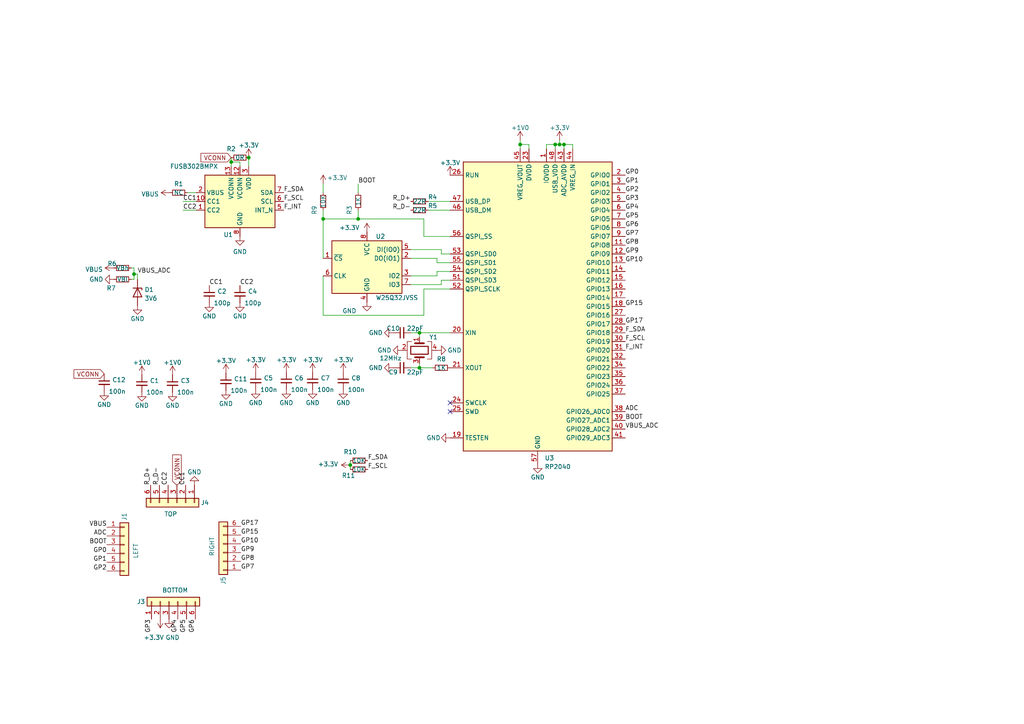
<source format=kicad_sch>
(kicad_sch (version 20211123) (generator eeschema)
  (paper "A4")
  (lib_symbols
    (symbol "Connector_Generic:Conn_01x06" (pin_names (offset 1.016) hide)
      (property "Reference" "J" (at 0 7.62 0))
      (property "Value" "Conn_01x06" (at 0 -10.16 0))
      (symbol "Conn_01x06_1_1"
        (rectangle (start -1.27 -7.493) (end 0 -7.747) (stroke (width 0.1524)))
        (rectangle (start -1.27 -4.953) (end 0 -5.207) (stroke (width 0.1524)))
        (rectangle (start -1.27 -2.413) (end 0 -2.667) (stroke (width 0.1524)))
        (rectangle (start -1.27 0.127) (end 0 -0.127) (stroke (width 0.1524)))
        (rectangle (start -1.27 2.667) (end 0 2.413) (stroke (width 0.1524)))
        (rectangle (start -1.27 5.207) (end 0 4.953) (stroke (width 0.1524)))
        (rectangle (start -1.27 6.35) (end 1.27 -8.89) (stroke (width 0.254)) (fill (type background)))
        (pin passive line (at -5.08 5.08 0) (length 3.81) (name "Pin_1") (number "1"))
        (pin passive line (at -5.08 2.54 0) (length 3.81) (name "Pin_2") (number "2"))
        (pin passive line (at -5.08 0 0) (length 3.81) (name "Pin_3") (number "3"))
        (pin passive line (at -5.08 -2.54 0) (length 3.81) (name "Pin_4") (number "4"))
        (pin passive line (at -5.08 -5.08 0) (length 3.81) (name "Pin_5") (number "5"))
        (pin passive line (at -5.08 -7.62 0) (length 3.81) (name "Pin_6") (number "6"))
      )
    )
    (symbol "Device:C_Small" (pin_numbers hide) (pin_names (offset 0.254) hide)
      (property "Reference" "C" (at 0.254 1.778 0))
      (property "Value" "C_Small" (at 0.254 -2.032 0))
      (symbol "C_Small_0_1"
        (polyline (pts (xy -1.524 -0.508) (xy 1.524 -0.508)) (stroke (width 0.3302)))
        (polyline (pts (xy -1.524 0.508) (xy 1.524 0.508)) (stroke (width 0.3048)))
      )
      (symbol "C_Small_1_1"
        (pin passive line (at 0 2.54 270) (length 2.032) (name "~") (number "1"))
        (pin passive line (at 0 -2.54 90) (length 2.032) (name "~") (number "2"))
      )
    )
    (symbol "Device:Crystal_GND24" (pin_names (offset 1.016) hide)
      (property "Reference" "Y" (at 3.175 5.08 0))
      (property "Value" "Crystal_GND24" (at 3.175 3.175 0))
      (symbol "Crystal_GND24_0_1"
        (rectangle (start -1.143 2.54) (end 1.143 -2.54) (stroke (width 0.3048)))
        (polyline (pts (xy -2.54 0) (xy -2.032 0)))
        (polyline (pts (xy -2.032 -1.27) (xy -2.032 1.27)) (stroke (width 0.508)))
        (polyline (pts (xy 0 -3.81) (xy 0 -3.556)))
        (polyline (pts (xy 0 3.556) (xy 0 3.81)))
        (polyline (pts (xy 2.032 -1.27) (xy 2.032 1.27)) (stroke (width 0.508)))
        (polyline (pts (xy 2.032 0) (xy 2.54 0)))
        (polyline (pts (xy -2.54 -2.286) (xy -2.54 -3.556) (xy 2.54 -3.556) (xy 2.54 -2.286)))
        (polyline (pts (xy -2.54 2.286) (xy -2.54 3.556) (xy 2.54 3.556) (xy 2.54 2.286)))
      )
      (symbol "Crystal_GND24_1_1"
        (pin passive line (at -3.81 0 0) (length 1.27) (name "1") (number "1"))
        (pin passive line (at 0 5.08 270) (length 1.27) (name "2") (number "2"))
        (pin passive line (at 3.81 0 180) (length 1.27) (name "3") (number "3"))
        (pin passive line (at 0 -5.08 90) (length 1.27) (name "4") (number "4"))
      )
    )
    (symbol "Device:D_Zener" (pin_numbers hide) (pin_names (offset 1.016) hide)
      (property "Reference" "D" (at 0 2.54 0))
      (property "Value" "D_Zener" (at 0 -2.54 0))
      (symbol "D_Zener_0_1"
        (polyline (pts (xy 1.27 0) (xy -1.27 0)))
        (polyline (pts (xy -1.27 -1.27) (xy -1.27 1.27) (xy -0.762 1.27)) (stroke (width 0.254)))
        (polyline (pts (xy 1.27 -1.27) (xy 1.27 1.27) (xy -1.27 0) (xy 1.27 -1.27)) (stroke (width 0.254)))
      )
      (symbol "D_Zener_1_1"
        (pin passive line (at -3.81 0 0) (length 2.54) (name "K") (number "1"))
        (pin passive line (at 3.81 0 180) (length 2.54) (name "A") (number "2"))
      )
    )
    (symbol "Device:R_Small" (pin_numbers hide) (pin_names (offset 0.254) hide)
      (property "Reference" "R" (at 0.762 0.508 0))
      (property "Value" "R_Small" (at 0.762 -1.016 0))
      (symbol "R_Small_0_1"
        (rectangle (start -0.762 1.778) (end 0.762 -1.778) (stroke (width 0.2032)))
      )
      (symbol "R_Small_1_1"
        (pin passive line (at 0 2.54 270) (length 0.762) (name "~") (number "1"))
        (pin passive line (at 0 -2.54 90) (length 0.762) (name "~") (number "2"))
      )
    )
    (symbol "Interface_USB:FUSB302BMPX"
      (property "Reference" "U" (at -10.16 8.89 0))
      (property "Value" "FUSB302BMPX" (at 3.81 8.89 0))
      (symbol "FUSB302BMPX_0_1"
        (rectangle (start -10.16 7.62) (end 10.16 -7.62) (stroke (width 0.254)) (fill (type background)))
      )
      (symbol "FUSB302BMPX_1_1"
        (pin bidirectional line (at 12.7 -2.54 180) (length 2.54) (name "CC2") (number "1"))
        (pin bidirectional line (at 12.7 0 180) (length 2.54) (name "CC1") (number "10"))
        (pin bidirectional line (at 12.7 0 180) (length 2.54) hide (name "CC1") (number "11"))
        (pin power_in line (at 0 10.16 270) (length 2.54) (name "VCONN") (number "12"))
        (pin power_in line (at 2.54 10.16 270) (length 2.54) (name "VCONN") (number "13"))
        (pin bidirectional line (at 12.7 -2.54 180) (length 2.54) hide (name "CC2") (number "14"))
        (pin passive line (at 0 -10.16 90) (length 2.54) hide (name "GND") (number "15"))
        (pin input line (at 12.7 2.54 180) (length 2.54) (name "VBUS") (number "2"))
        (pin power_in line (at -2.54 10.16 270) (length 2.54) (name "VDD") (number "3"))
        (pin passive line (at -2.54 10.16 270) (length 2.54) hide (name "VDD") (number "4"))
        (pin open_collector line (at -12.7 -2.54 0) (length 2.54) (name "INT_N") (number "5"))
        (pin input line (at -12.7 0 0) (length 2.54) (name "SCL") (number "6"))
        (pin bidirectional line (at -12.7 2.54 0) (length 2.54) (name "SDA") (number "7"))
        (pin power_in line (at 0 -10.16 90) (length 2.54) (name "GND") (number "8"))
        (pin passive line (at 0 -10.16 90) (length 2.54) hide (name "GND") (number "9"))
      )
    )
    (symbol "MCU_RaspberryPi:RP2040"
      (property "Reference" "U" (at 17.78 45.72 0))
      (property "Value" "RP2040" (at 17.78 43.18 0))
      (symbol "RP2040_0_1"
        (rectangle (start -21.59 41.91) (end 21.59 -41.91) (stroke (width 0.254)) (fill (type background)))
      )
      (symbol "RP2040_1_1"
        (pin power_in line (at 2.54 45.72 270) (length 3.81) (name "IOVDD") (number "1"))
        (pin passive line (at 2.54 45.72 270) (length 3.81) hide (name "IOVDD") (number "10"))
        (pin bidirectional line (at 25.4 17.78 180) (length 3.81) (name "GPIO8") (number "11"))
        (pin bidirectional line (at 25.4 15.24 180) (length 3.81) (name "GPIO9") (number "12"))
        (pin bidirectional line (at 25.4 12.7 180) (length 3.81) (name "GPIO10") (number "13"))
        (pin bidirectional line (at 25.4 10.16 180) (length 3.81) (name "GPIO11") (number "14"))
        (pin bidirectional line (at 25.4 7.62 180) (length 3.81) (name "GPIO12") (number "15"))
        (pin bidirectional line (at 25.4 5.08 180) (length 3.81) (name "GPIO13") (number "16"))
        (pin bidirectional line (at 25.4 2.54 180) (length 3.81) (name "GPIO14") (number "17"))
        (pin bidirectional line (at 25.4 0 180) (length 3.81) (name "GPIO15") (number "18"))
        (pin input line (at -25.4 -38.1 0) (length 3.81) (name "TESTEN") (number "19"))
        (pin bidirectional line (at 25.4 38.1 180) (length 3.81) (name "GPIO0") (number "2"))
        (pin input line (at -25.4 -7.62 0) (length 3.81) (name "XIN") (number "20"))
        (pin passive line (at -25.4 -17.78 0) (length 3.81) (name "XOUT") (number "21"))
        (pin passive line (at 2.54 45.72 270) (length 3.81) hide (name "IOVDD") (number "22"))
        (pin power_in line (at -2.54 45.72 270) (length 3.81) (name "DVDD") (number "23"))
        (pin output line (at -25.4 -27.94 0) (length 3.81) (name "SWCLK") (number "24"))
        (pin bidirectional line (at -25.4 -30.48 0) (length 3.81) (name "SWD") (number "25"))
        (pin input line (at -25.4 38.1 0) (length 3.81) (name "RUN") (number "26"))
        (pin bidirectional line (at 25.4 -2.54 180) (length 3.81) (name "GPIO16") (number "27"))
        (pin bidirectional line (at 25.4 -5.08 180) (length 3.81) (name "GPIO17") (number "28"))
        (pin bidirectional line (at 25.4 -7.62 180) (length 3.81) (name "GPIO18") (number "29"))
        (pin bidirectional line (at 25.4 35.56 180) (length 3.81) (name "GPIO1") (number "3"))
        (pin bidirectional line (at 25.4 -10.16 180) (length 3.81) (name "GPIO19") (number "30"))
        (pin bidirectional line (at 25.4 -12.7 180) (length 3.81) (name "GPIO20") (number "31"))
        (pin bidirectional line (at 25.4 -15.24 180) (length 3.81) (name "GPIO21") (number "32"))
        (pin passive line (at 2.54 45.72 270) (length 3.81) hide (name "IOVDD") (number "33"))
        (pin bidirectional line (at 25.4 -17.78 180) (length 3.81) (name "GPIO22") (number "34"))
        (pin bidirectional line (at 25.4 -20.32 180) (length 3.81) (name "GPIO23") (number "35"))
        (pin bidirectional line (at 25.4 -22.86 180) (length 3.81) (name "GPIO24") (number "36"))
        (pin bidirectional line (at 25.4 -25.4 180) (length 3.81) (name "GPIO25") (number "37"))
        (pin bidirectional line (at 25.4 -30.48 180) (length 3.81) (name "GPIO26_ADC0") (number "38"))
        (pin bidirectional line (at 25.4 -33.02 180) (length 3.81) (name "GPIO27_ADC1") (number "39"))
        (pin bidirectional line (at 25.4 33.02 180) (length 3.81) (name "GPIO2") (number "4"))
        (pin bidirectional line (at 25.4 -35.56 180) (length 3.81) (name "GPIO28_ADC2") (number "40"))
        (pin bidirectional line (at 25.4 -38.1 180) (length 3.81) (name "GPIO29_ADC3") (number "41"))
        (pin passive line (at 2.54 45.72 270) (length 3.81) hide (name "IOVDD") (number "42"))
        (pin power_in line (at 7.62 45.72 270) (length 3.81) (name "ADC_AVDD") (number "43"))
        (pin power_in line (at 10.16 45.72 270) (length 3.81) (name "VREG_IN") (number "44"))
        (pin power_out line (at -5.08 45.72 270) (length 3.81) (name "VREG_VOUT") (number "45"))
        (pin bidirectional line (at -25.4 27.94 0) (length 3.81) (name "USB_DM") (number "46"))
        (pin bidirectional line (at -25.4 30.48 0) (length 3.81) (name "USB_DP") (number "47"))
        (pin power_in line (at 5.08 45.72 270) (length 3.81) (name "USB_VDD") (number "48"))
        (pin passive line (at 2.54 45.72 270) (length 3.81) hide (name "IOVDD") (number "49"))
        (pin bidirectional line (at 25.4 30.48 180) (length 3.81) (name "GPIO3") (number "5"))
        (pin passive line (at -2.54 45.72 270) (length 3.81) hide (name "DVDD") (number "50"))
        (pin bidirectional line (at -25.4 7.62 0) (length 3.81) (name "QSPI_SD3") (number "51"))
        (pin output line (at -25.4 5.08 0) (length 3.81) (name "QSPI_SCLK") (number "52"))
        (pin bidirectional line (at -25.4 15.24 0) (length 3.81) (name "QSPI_SD0") (number "53"))
        (pin bidirectional line (at -25.4 10.16 0) (length 3.81) (name "QSPI_SD2") (number "54"))
        (pin bidirectional line (at -25.4 12.7 0) (length 3.81) (name "QSPI_SD1") (number "55"))
        (pin bidirectional line (at -25.4 20.32 0) (length 3.81) (name "QSPI_SS") (number "56"))
        (pin power_in line (at 0 -45.72 90) (length 3.81) (name "GND") (number "57"))
        (pin bidirectional line (at 25.4 27.94 180) (length 3.81) (name "GPIO4") (number "6"))
        (pin bidirectional line (at 25.4 25.4 180) (length 3.81) (name "GPIO5") (number "7"))
        (pin bidirectional line (at 25.4 22.86 180) (length 3.81) (name "GPIO6") (number "8"))
        (pin bidirectional line (at 25.4 20.32 180) (length 3.81) (name "GPIO7") (number "9"))
      )
    )
    (symbol "Memory_Flash:W25Q32JVSS"
      (property "Reference" "U" (at -8.89 8.89 0))
      (property "Value" "W25Q32JVSS" (at 7.62 8.89 0))
      (symbol "W25Q32JVSS_0_1"
        (rectangle (start -10.16 7.62) (end 10.16 -7.62) (stroke (width 0.254)) (fill (type background)))
      )
      (symbol "W25Q32JVSS_1_1"
        (pin input line (at -12.7 2.54 0) (length 2.54) (name "~{CS}") (number "1"))
        (pin bidirectional line (at 12.7 2.54 180) (length 2.54) (name "DO(IO1)") (number "2"))
        (pin bidirectional line (at 12.7 -2.54 180) (length 2.54) (name "IO2") (number "3"))
        (pin power_in line (at 0 -10.16 90) (length 2.54) (name "GND") (number "4"))
        (pin bidirectional line (at 12.7 5.08 180) (length 2.54) (name "DI(IO0)") (number "5"))
        (pin input line (at -12.7 -2.54 0) (length 2.54) (name "CLK") (number "6"))
        (pin bidirectional line (at 12.7 -5.08 180) (length 2.54) (name "IO3") (number "7"))
        (pin power_in line (at 0 10.16 270) (length 2.54) (name "VCC") (number "8"))
      )
    )
    (symbol "power:+1V0" (power) (pin_names (offset 0))
      (property "Value" "+1V0" (at 0 3.556 0))
      (symbol "+1V0_0_1"
        (polyline (pts (xy -0.762 1.27) (xy 0 2.54)))
        (polyline (pts (xy 0 0) (xy 0 2.54)))
        (polyline (pts (xy 0 2.54) (xy 0.762 1.27)))
      )
      (symbol "+1V0_1_1"
        (pin power_in line (at 0 0 90) (length 0) hide (name "+1V0") (number "1"))
      )
    )
    (symbol "power:+3.3V" (power) (pin_names (offset 0))
      (property "Value" "+3.3V" (at 0 3.556 0))
      (symbol "+3.3V_0_1"
        (polyline (pts (xy -0.762 1.27) (xy 0 2.54)))
        (polyline (pts (xy 0 0) (xy 0 2.54)))
        (polyline (pts (xy 0 2.54) (xy 0.762 1.27)))
      )
      (symbol "+3.3V_1_1"
        (pin power_in line (at 0 0 90) (length 0) hide (name "+3.3V") (number "1"))
      )
    )
    (symbol "power:GND" (power) (pin_names (offset 0))
      (property "Value" "GND" (at 0 -3.81 0))
      (symbol "GND_0_1"
        (polyline (pts (xy 0 0) (xy 0 -1.27) (xy 1.27 -1.27) (xy 0 -2.54) (xy -1.27 -1.27) (xy 0 -1.27)))
      )
      (symbol "GND_1_1"
        (pin power_in line (at 0 0 270) (length 0) hide (name "GND") (number "1"))
      )
    )
    (symbol "power:VBUS" (power) (pin_names (offset 0))
      (property "Value" "VBUS" (at 0 3.81 0))
      (symbol "VBUS_0_1"
        (polyline (pts (xy -0.762 1.27) (xy 0 2.54)))
        (polyline (pts (xy 0 0) (xy 0 2.54)))
        (polyline (pts (xy 0 2.54) (xy 0.762 1.27)))
      )
      (symbol "VBUS_1_1"
        (pin power_in line (at 0 0 90) (length 0) hide (name "VBUS") (number "1"))
      )
    )
  )
  (junction (at 121.666 96.52))
  (junction (at 163.576 41.91))
  (junction (at 101.6 134.874))
  (junction (at 93.726 63.5))
  (junction (at 38.862 79.502))
  (junction (at 67.056 46.99))
  (junction (at 72.136 45.72))
  (junction (at 150.876 41.91))
  (junction (at 103.886 63.5))
  (junction (at 121.666 106.68))
  (junction (at 161.036 41.91))
  (junction (at 162.306 41.91))
  (no_connect (at 130.556 119.38))
  (no_connect (at 130.556 116.84))
  (wire (pts (xy 163.576 41.91) (xy 166.116 41.91)))
  (wire (pts (xy 121.666 106.68) (xy 125.476 106.68)))
  (wire (pts (xy 119.126 80.01) (xy 126.746 80.01)))
  (wire (pts (xy 153.416 41.91) (xy 150.876 41.91)))
  (wire (pts (xy 161.036 41.91) (xy 161.036 43.18)))
  (wire (pts (xy 128.016 82.55) (xy 128.016 81.28)))
  (wire (pts (xy 122.936 68.58) (xy 130.556 68.58)))
  (wire (pts (xy 163.576 41.91) (xy 163.576 43.18)))
  (wire (pts (xy 93.726 60.96) (xy 93.726 63.5)))
  (wire (pts (xy 101.6 134.874) (xy 101.6 136.144)))
  (wire (pts (xy 93.726 74.93) (xy 93.726 63.5)))
  (wire (pts (xy 162.306 41.91) (xy 163.576 41.91)))
  (wire (pts (xy 69.596 46.99) (xy 69.596 48.26)))
  (wire (pts (xy 67.056 46.99) (xy 69.596 46.99)))
  (wire (pts (xy 150.876 41.91) (xy 150.876 43.18)))
  (wire (pts (xy 124.206 58.42) (xy 130.556 58.42)))
  (wire (pts (xy 158.496 43.18) (xy 158.496 41.91)))
  (wire (pts (xy 126.746 76.2) (xy 130.556 76.2)))
  (wire (pts (xy 39.878 79.502) (xy 39.878 81.026)))
  (wire (pts (xy 128.016 81.28) (xy 130.556 81.28)))
  (wire (pts (xy 103.886 53.34) (xy 103.886 55.88)))
  (wire (pts (xy 158.496 41.91) (xy 161.036 41.91)))
  (wire (pts (xy 38.862 79.502) (xy 39.878 79.502)))
  (wire (pts (xy 126.746 78.74) (xy 130.556 78.74)))
  (wire (pts (xy 124.206 60.96) (xy 130.556 60.96)))
  (wire (pts (xy 67.056 46.99) (xy 67.056 48.26)))
  (wire (pts (xy 162.306 40.64) (xy 162.306 41.91)))
  (wire (pts (xy 128.016 73.66) (xy 130.556 73.66)))
  (wire (pts (xy 119.126 74.93) (xy 126.746 74.93)))
  (wire (pts (xy 119.126 96.52) (xy 121.666 96.52)))
  (wire (pts (xy 122.936 63.5) (xy 122.936 68.58)))
  (wire (pts (xy 93.726 80.01) (xy 93.726 91.44)))
  (wire (pts (xy 121.666 106.68) (xy 121.666 105.41)))
  (wire (pts (xy 130.556 96.52) (xy 121.666 96.52)))
  (wire (pts (xy 101.6 133.604) (xy 101.6 134.874)))
  (wire (pts (xy 128.016 72.39) (xy 128.016 73.66)))
  (wire (pts (xy 54.356 55.88) (xy 56.896 55.88)))
  (wire (pts (xy 53.086 60.96) (xy 56.896 60.96)))
  (wire (pts (xy 153.416 43.18) (xy 153.416 41.91)))
  (wire (pts (xy 126.746 74.93) (xy 126.746 76.2)))
  (wire (pts (xy 121.666 96.52) (xy 121.666 97.79)))
  (wire (pts (xy 72.136 45.72) (xy 72.136 48.26)))
  (wire (pts (xy 122.936 91.44) (xy 93.726 91.44)))
  (wire (pts (xy 38.1 77.724) (xy 38.862 77.724)))
  (wire (pts (xy 119.126 72.39) (xy 128.016 72.39)))
  (wire (pts (xy 122.936 83.82) (xy 130.556 83.82)))
  (wire (pts (xy 38.862 77.724) (xy 38.862 79.502)))
  (wire (pts (xy 93.726 63.5) (xy 103.886 63.5)))
  (wire (pts (xy 67.056 45.72) (xy 67.056 46.99)))
  (wire (pts (xy 126.746 80.01) (xy 126.746 78.74)))
  (wire (pts (xy 53.086 58.42) (xy 56.896 58.42)))
  (wire (pts (xy 93.726 53.34) (xy 93.726 55.88)))
  (wire (pts (xy 119.126 106.68) (xy 121.666 106.68)))
  (wire (pts (xy 161.036 41.91) (xy 162.306 41.91)))
  (wire (pts (xy 119.126 82.55) (xy 128.016 82.55)))
  (wire (pts (xy 166.116 41.91) (xy 166.116 43.18)))
  (wire (pts (xy 38.862 79.502) (xy 38.862 81.026)))
  (wire (pts (xy 122.936 83.82) (xy 122.936 91.44)))
  (wire (pts (xy 38.1 81.026) (xy 38.862 81.026)))
  (wire (pts (xy 103.886 60.96) (xy 103.886 63.5)))
  (wire (pts (xy 103.886 63.5) (xy 122.936 63.5)))
  (wire (pts (xy 150.876 40.64) (xy 150.876 41.91)))
  (label "BOOT" (at 103.886 53.34 0))
  (label "BOOT" (at 30.988 157.988 180))
  (label "F_SDA" (at 82.296 55.88 0))
  (label "GP7" (at 69.85 165.354 0))
  (label "CC2" (at 53.086 60.96 0))
  (label "GP0" (at 30.988 160.528 180))
  (label "CC2" (at 48.768 140.716 90))
  (label "GP3" (at 181.356 58.42 0))
  (label "GP0" (at 181.356 50.8 0))
  (label "GP6" (at 56.642 179.578 270))
  (label "F_SDA" (at 181.356 96.52 0))
  (label "GP7" (at 181.356 68.58 0))
  (label "GP4" (at 51.562 179.578 270))
  (label "F_INT" (at 82.296 60.96 0))
  (label "F_SCL" (at 82.296 58.42 0))
  (label "GP10" (at 69.85 157.734 0))
  (label "GP17" (at 181.356 93.98 0))
  (label "GP17" (at 69.85 152.654 0))
  (label "GP15" (at 181.356 88.9 0))
  (label "CC1" (at 53.086 58.42 0))
  (label "GP3" (at 43.942 179.578 270))
  (label "GP5" (at 181.356 63.5 0))
  (label "GP8" (at 181.356 71.12 0))
  (label "VBUS_ADC" (at 181.356 124.46 0))
  (label "BOOT" (at 181.356 121.92 0))
  (label "GP5" (at 54.102 179.578 270))
  (label "GP10" (at 181.356 76.2 0))
  (label "GP9" (at 69.85 160.274 0))
  (label "R_D+" (at 119.126 58.42 180))
  (label "CC2" (at 69.596 82.804 0))
  (label "R_D+" (at 43.688 140.716 90))
  (label "GP9" (at 181.356 73.66 0))
  (label "R_D-" (at 46.228 140.716 90))
  (label "ADC" (at 30.988 155.448 180))
  (label "CC1" (at 60.706 82.804 0))
  (label "VBUS" (at 30.988 152.908 180))
  (label "GP8" (at 69.85 162.814 0))
  (label "GP1" (at 30.988 163.068 180))
  (label "F_SCL" (at 181.356 99.06 0))
  (label "GP4" (at 181.356 60.96 0))
  (label "GP6" (at 181.356 66.04 0))
  (label "GP2" (at 181.356 55.88 0))
  (label "F_SDA" (at 106.68 133.604 0))
  (label "GP1" (at 181.356 53.34 0))
  (label "ADC" (at 181.356 119.38 0))
  (label "R_D-" (at 119.126 60.96 180))
  (label "GP15" (at 69.85 155.194 0))
  (label "CC1" (at 53.848 140.716 90))
  (label "F_INT" (at 181.356 101.6 0))
  (label "GP2" (at 30.988 165.608 180))
  (label "VBUS_ADC" (at 39.878 79.502 0))
  (label "F_SCL" (at 106.68 136.144 0))
  (global_label "VCONN" (shape input) (at 30.226 108.458 180) (property "Intersheet References" "${INTERSHEET_REFS}" (effects hide)))
  (global_label "VCONN" (shape input) (at 51.308 140.716 90) (property "Intersheet References" "${INTERSHEET_REFS}" (effects hide)))
  (global_label "VCONN" (shape input) (at 67.056 45.72 180) (property "Intersheet References" "${INTERSHEET_REFS}" (effects hide)))
  (symbol (lib_id "power:GND") (at 65.532 113.284 0) (unit 1)
    (property "Reference" "#PWR0131" (effects hide))
    (property "Value" "GND" (at 65.532 117.094 0))
  )
  (symbol (lib_id "Device:C_Small") (at 41.148 111.252 0) (unit 1)
    (property "Reference" "C1" (at 43.4721 110.4236 0) (effects (justify left)))
    (property "Value" "100n" (at 42.418 113.792 0) (effects (justify left)))
    (property "Footprint" "Capacitor_SMD:C_0402_1005Metric" (effects hide))
  )
  (symbol (lib_id "Device:C_Small") (at 83.058 110.49 0) (unit 1)
    (property "Reference" "C6" (at 85.3821 109.6616 0) (effects (justify left)))
    (property "Value" "100n" (at 84.328 113.03 0) (effects (justify left)))
    (property "Footprint" "Capacitor_SMD:C_0402_1005Metric" (effects hide))
  )
  (symbol (lib_id "power:+3.3V") (at 72.136 45.72 0) (unit 1)
    (property "Reference" "#PWR0102" (effects hide))
    (property "Value" "+3.3V" (at 72.136 42.1442 0))
  )
  (symbol (lib_id "power:GND") (at 69.596 87.884 0) (unit 1)
    (property "Reference" "#PWR0119" (effects hide))
    (property "Value" "GND" (at 69.596 91.694 0))
  )
  (symbol (lib_id "power:GND") (at 114.046 96.52 270) (unit 1)
    (property "Reference" "#PWR0116" (effects hide))
    (property "Value" "GND" (at 108.966 96.52 90))
  )
  (symbol (lib_id "Device:C_Small") (at 60.706 85.344 0) (unit 1)
    (property "Reference" "C2" (at 63.0301 84.5156 0) (effects (justify left)))
    (property "Value" "100p" (at 61.976 87.884 0) (effects (justify left)))
    (property "Footprint" "Capacitor_SMD:C_0603_1608Metric" (effects hide))
  )
  (symbol (lib_id "Connector_Generic:Conn_01x06") (at 64.77 160.274 180) (unit 1)
    (property "Reference" "J5" (at 64.77 168.402 90))
    (property "Value" "RIGHT" (at 61.468 158.496 90))
    (property "Footprint" "altmode_friend:6p_header" (effects hide))
  )
  (symbol (lib_id "power:GND") (at 56.388 140.716 180) (unit 1)
    (property "Reference" "#PWR0101" (effects hide))
    (property "Value" "GND" (at 56.388 136.906 0))
  )
  (symbol (lib_id "Device:R_Small") (at 103.886 58.42 0) (mirror y) (unit 1)
    (property "Reference" "R3" (at 101.346 60.96 90))
    (property "Value" "1K" (at 103.886 58.42 90))
    (property "Footprint" "Resistor_SMD:R_0402_1005Metric" (effects hide))
  )
  (symbol (lib_id "power:+1V0") (at 150.876 40.64 0) (unit 1)
    (property "Reference" "#PWR0112" (effects hide))
    (property "Value" "+1V0" (at 150.876 37.0642 0))
  )
  (symbol (lib_id "Device:R_Small") (at 104.14 136.144 270) (mirror x) (unit 1)
    (property "Reference" "R11" (at 101.092 137.922 90))
    (property "Value" "10K" (at 104.14 136.144 90))
    (property "Footprint" "Resistor_SMD:R_0402_1005Metric" (effects hide))
  )
  (symbol (lib_id "power:+3.3V") (at 106.426 67.31 0) (unit 1)
    (property "Reference" "#PWR0114" (effects hide))
    (property "Value" "+3.3V" (at 101.346 66.04 0))
  )
  (symbol (lib_id "power:+3.3V") (at 83.058 107.95 0) (unit 1)
    (property "Reference" "#PWR0123" (effects hide))
    (property "Value" "+3.3V" (at 83.058 104.3742 0))
  )
  (symbol (lib_id "Device:C_Small") (at 74.168 110.49 0) (unit 1)
    (property "Reference" "C5" (at 76.4921 109.6616 0) (effects (justify left)))
    (property "Value" "100n" (at 75.438 113.03 0) (effects (justify left)))
    (property "Footprint" "Capacitor_SMD:C_0402_1005Metric" (effects hide))
  )
  (symbol (lib_id "Device:R_Small") (at 104.14 133.604 270) (mirror x) (unit 1)
    (property "Reference" "R10" (at 101.6 131.064 90))
    (property "Value" "10K" (at 104.14 133.604 90))
    (property "Footprint" "Resistor_SMD:R_0402_1005Metric" (effects hide))
  )
  (symbol (lib_id "power:+1V0") (at 41.148 108.712 0) (unit 1)
    (property "Reference" "#PWR0121" (effects hide))
    (property "Value" "+1V0" (at 41.148 105.1362 0))
  )
  (symbol (lib_id "power:GND") (at 49.022 179.578 0) (unit 1)
    (property "Reference" "#PWR0135" (effects hide))
    (property "Value" "GND" (at 50.038 184.912 0))
  )
  (symbol (lib_id "Device:R_Small") (at 51.816 55.88 270) (mirror x) (unit 1)
    (property "Reference" "R1" (at 51.816 53.34 90))
    (property "Value" "NC" (at 51.816 55.88 90))
    (property "Footprint" "Resistor_SMD:R_0402_1005Metric" (effects hide))
  )
  (symbol (lib_id "Device:C_Small") (at 90.678 110.49 0) (unit 1)
    (property "Reference" "C7" (at 93.0021 109.6616 0) (effects (justify left)))
    (property "Value" "100n" (at 91.948 113.03 0) (effects (justify left)))
    (property "Footprint" "Capacitor_SMD:C_0402_1005Metric" (effects hide))
  )
  (symbol (lib_id "power:GND") (at 39.878 88.646 0) (unit 1)
    (property "Reference" "#PWR0136" (effects hide))
    (property "Value" "GND" (at 39.878 92.456 0))
  )
  (symbol (lib_id "power:GND") (at 116.586 101.6 270) (unit 1)
    (property "Reference" "#PWR0104" (effects hide))
    (property "Value" "GND" (at 111.506 101.6 90))
  )
  (symbol (lib_id "power:GND") (at 69.596 68.58 0) (unit 1)
    (property "Reference" "#PWR0118" (effects hide))
    (property "Value" "GND" (at 69.596 73.0234 0))
  )
  (symbol (lib_id "power:GND") (at 90.678 113.03 0) (unit 1)
    (property "Reference" "#PWR0107" (effects hide))
    (property "Value" "GND" (at 90.678 116.84 0))
  )
  (symbol (lib_id "power:+3.3V") (at 101.6 134.874 90) (unit 1)
    (property "Reference" "#PWR0105" (effects hide))
    (property "Value" "+3.3V" (at 92.202 134.62 90) (effects (justify right)))
  )
  (symbol (lib_id "Device:C_Small") (at 99.568 110.49 0) (unit 1)
    (property "Reference" "C8" (at 101.8921 109.6616 0) (effects (justify left)))
    (property "Value" "100n" (at 100.838 113.03 0) (effects (justify left)))
    (property "Footprint" "Capacitor_SMD:C_0402_1005Metric" (effects hide))
  )
  (symbol (lib_id "power:GND") (at 99.568 113.03 0) (unit 1)
    (property "Reference" "#PWR0108" (effects hide))
    (property "Value" "GND" (at 99.568 116.84 0))
  )
  (symbol (lib_id "power:GND") (at 130.556 127 270) (unit 1)
    (property "Reference" "#PWR?" (effects hide))
    (property "Value" "GND" (at 125.73 127 90))
  )
  (symbol (lib_id "power:+3.3V") (at 90.678 107.95 0) (unit 1)
    (property "Reference" "#PWR0109" (effects hide))
    (property "Value" "+3.3V" (at 90.678 104.3742 0))
  )
  (symbol (lib_id "Interface_USB:FUSB302BMPX") (at 69.596 58.42 0) (mirror y) (unit 1)
    (property "Reference" "U1" (at 67.5766 68.0704 0) (effects (justify left)))
    (property "Value" "FUSB302BMPX" (at 63.246 48.26 0) (effects (justify left)))
    (property "Footprint" "Package_DFN_QFN:WQFN-14-1EP_2.5x2.5mm_P0.5mm_EP1.45x1.45mm" (effects hide))
    (property "Datasheet" "http://www.onsemi.com/pub/Collateral/FUSB302B-D.PDF" (effects hide))
  )
  (symbol (lib_id "Device:R_Small") (at 35.56 81.026 270) (mirror x) (unit 1)
    (property "Reference" "R7" (at 32.258 83.566 90))
    (property "Value" "VBl" (at 35.56 81.026 90))
    (property "Footprint" "Resistor_SMD:R_0402_1005Metric" (effects hide))
  )
  (symbol (lib_id "Connector_Generic:Conn_01x06") (at 49.022 174.498 90) (unit 1)
    (property "Reference" "J3" (at 40.894 174.498 90))
    (property "Value" "BOTTOM" (at 50.8 171.196 90))
    (property "Footprint" "altmode_friend:6p_header" (effects hide))
  )
  (symbol (lib_id "power:+3.3V") (at 65.532 108.204 0) (unit 1)
    (property "Reference" "#PWR0132" (effects hide))
    (property "Value" "+3.3V" (at 65.532 104.6282 0))
  )
  (symbol (lib_id "Device:C_Small") (at 116.586 96.52 90) (mirror x) (unit 1)
    (property "Reference" "C10" (at 114.046 95.25 90))
    (property "Value" "22pF" (at 120.396 95.25 90))
    (property "Footprint" "Capacitor_SMD:C_0603_1608Metric" (effects hide))
  )
  (symbol (lib_id "Connector_Generic:Conn_01x06") (at 51.308 145.796 270) (unit 1)
    (property "Reference" "J4" (at 59.436 145.796 90))
    (property "Value" "TOP" (at 49.53 149.098 90))
    (property "Footprint" "altmode_friend:6p_header" (effects hide))
  )
  (symbol (lib_id "power:+1V0") (at 50.038 108.712 0) (unit 1)
    (property "Reference" "#PWR0124" (effects hide))
    (property "Value" "+1V0" (at 50.038 105.1362 0))
  )
  (symbol (lib_id "power:+3.3V") (at 130.556 50.8 0) (unit 1)
    (property "Reference" "#PWR0137" (effects hide))
    (property "Value" "+3.3V" (at 130.556 47.2242 0))
  )
  (symbol (lib_id "power:GND") (at 60.706 87.884 0) (unit 1)
    (property "Reference" "#PWR0120" (effects hide))
    (property "Value" "GND" (at 60.706 91.694 0))
  )
  (symbol (lib_id "power:+3.3V") (at 162.306 40.64 0) (unit 1)
    (property "Reference" "#PWR0111" (effects hide))
    (property "Value" "+3.3V" (at 162.306 37.0642 0))
  )
  (symbol (lib_id "power:GND") (at 114.046 106.68 270) (unit 1)
    (property "Reference" "#PWR0103" (effects hide))
    (property "Value" "GND" (at 108.966 106.68 90))
  )
  (symbol (lib_id "Device:C_Small") (at 30.226 110.998 0) (unit 1)
    (property "Reference" "C12" (at 32.5501 110.1696 0) (effects (justify left)))
    (property "Value" "100n" (at 31.496 113.538 0) (effects (justify left)))
    (property "Footprint" "Capacitor_SMD:C_0402_1005Metric" (effects hide))
  )
  (symbol (lib_id "MCU_RaspberryPi:RP2040") (at 155.956 88.9 0) (unit 1)
    (property "Reference" "U3" (at 157.9754 132.8404 0) (effects (justify left)))
    (property "Value" "RP2040" (at 157.9754 135.3773 0) (effects (justify left)))
    (property "Footprint" "Package_DFN_QFN:QFN-56-1EP_7x7mm_P0.4mm_EP3.2x3.2mm" (effects hide))
    (property "Datasheet" "https://datasheets.raspberrypi.com/rp2040/rp2040-datasheet.pdf" (effects hide))
  )
  (symbol (lib_id "Device:R_Small") (at 121.666 60.96 270) (mirror x) (unit 1)
    (property "Reference" "R5" (at 125.476 59.69 90))
    (property "Value" "22R" (at 121.666 60.96 90))
    (property "Footprint" "Resistor_SMD:R_0402_1005Metric" (effects hide))
  )
  (symbol (lib_id "Device:C_Small") (at 50.038 111.252 0) (unit 1)
    (property "Reference" "C3" (at 52.3621 110.4236 0) (effects (justify left)))
    (property "Value" "100n" (at 51.308 113.792 0) (effects (justify left)))
    (property "Footprint" "Capacitor_SMD:C_0402_1005Metric" (effects hide))
  )
  (symbol (lib_id "Device:R_Small") (at 93.726 58.42 0) (mirror y) (unit 1)
    (property "Reference" "R9" (at 91.186 60.96 90))
    (property "Value" "10K" (at 93.726 58.42 90))
    (property "Footprint" "Resistor_SMD:R_0402_1005Metric" (effects hide))
  )
  (symbol (lib_id "Memory_Flash:W25Q32JVSS") (at 106.426 77.47 0) (unit 1)
    (property "Reference" "U2" (at 108.966 68.58 0) (effects (justify left)))
    (property "Value" "W25Q32JVSS" (at 108.966 86.36 0) (effects (justify left)))
    (property "Footprint" "Package_DFN_QFN:DFN-8-1EP_3x2mm_P0.5mm_EP1.3x1.5mm" (effects hide))
    (property "Datasheet" "http://www.winbond.com/resource-files/w25q32jv%20revg%2003272018%20plus.pdf" (effects hide))
  )
  (symbol (lib_id "power:GND") (at 126.746 101.6 90) (unit 1)
    (property "Reference" "#PWR0106" (effects hide))
    (property "Value" "GND" (at 131.826 101.6 90))
  )
  (symbol (lib_id "power:GND") (at 33.02 81.026 270) (unit 1)
    (property "Reference" "#PWR0129" (effects hide))
    (property "Value" "GND" (at 27.94 81.026 90))
  )
  (symbol (lib_id "Connector_Generic:Conn_01x06") (at 36.068 157.988 0) (unit 1)
    (property "Reference" "J1" (at 36.068 149.86 90))
    (property "Value" "LEFT" (at 39.37 159.766 90))
    (property "Footprint" "altmode_friend:6p_header" (effects hide))
  )
  (symbol (lib_id "power:GND") (at 41.148 113.792 0) (unit 1)
    (property "Reference" "#PWR0122" (effects hide))
    (property "Value" "GND" (at 41.148 117.602 0))
  )
  (symbol (lib_id "power:GND") (at 30.226 113.538 0) (unit 1)
    (property "Reference" "#PWR0138" (effects hide))
    (property "Value" "GND" (at 30.226 117.348 0))
  )
  (symbol (lib_id "Device:C_Small") (at 116.586 106.68 90) (mirror x) (unit 1)
    (property "Reference" "C9" (at 114.046 107.95 90))
    (property "Value" "22pF" (at 120.396 107.95 90))
    (property "Footprint" "Capacitor_SMD:C_0603_1608Metric" (effects hide))
  )
  (symbol (lib_id "power:+3.3V") (at 46.482 179.578 180) (unit 1)
    (property "Reference" "#PWR0133" (effects hide))
    (property "Value" "+3.3V" (at 41.656 184.912 0) (effects (justify right)))
  )
  (symbol (lib_id "Device:Crystal_GND24") (at 121.666 101.6 90) (mirror x) (unit 1)
    (property "Reference" "Y1" (at 125.73 97.79 90))
    (property "Value" "12MHz" (at 113.284 103.886 90))
    (property "Footprint" "Crystal:Crystal_SMD_3225-4Pin_3.2x2.5mm" (effects hide))
  )
  (symbol (lib_id "power:GND") (at 155.956 134.62 0) (unit 1)
    (property "Reference" "#PWR0113" (effects hide))
    (property "Value" "GND" (at 155.956 138.43 0))
  )
  (symbol (lib_id "Device:R_Small") (at 121.666 58.42 270) (mirror x) (unit 1)
    (property "Reference" "R4" (at 125.476 57.15 90))
    (property "Value" "22R" (at 121.666 58.42 90))
    (property "Footprint" "Resistor_SMD:R_0402_1005Metric" (effects hide))
  )
  (symbol (lib_id "power:VBUS") (at 49.276 55.88 90) (unit 1)
    (property "Reference" "#PWR0117" (effects hide))
    (property "Value" "VBUS" (at 46.101 56.3138 90) (effects (justify left)))
  )
  (symbol (lib_id "power:+3.3V") (at 93.726 53.34 0) (unit 1)
    (property "Reference" "#PWR0134" (effects hide))
    (property "Value" "+3.3V" (at 97.79 51.562 0))
  )
  (symbol (lib_id "Device:R_Small") (at 128.016 106.68 270) (mirror x) (unit 1)
    (property "Reference" "R8" (at 128.016 104.14 90))
    (property "Value" "1K" (at 128.016 106.68 90))
    (property "Footprint" "Resistor_SMD:R_0402_1005Metric" (effects hide))
  )
  (symbol (lib_id "power:GND") (at 83.058 113.03 0) (unit 1)
    (property "Reference" "#PWR0125" (effects hide))
    (property "Value" "GND" (at 83.058 116.84 0))
  )
  (symbol (lib_id "power:+3.3V") (at 74.168 107.95 0) (unit 1)
    (property "Reference" "#PWR0126" (effects hide))
    (property "Value" "+3.3V" (at 74.168 104.3742 0))
  )
  (symbol (lib_id "power:GND") (at 74.168 113.03 0) (unit 1)
    (property "Reference" "#PWR0127" (effects hide))
    (property "Value" "GND" (at 74.168 116.84 0))
  )
  (symbol (lib_id "Device:C_Small") (at 69.596 85.344 0) (unit 1)
    (property "Reference" "C4" (at 71.9201 84.5156 0) (effects (justify left)))
    (property "Value" "100p" (at 70.866 87.884 0) (effects (justify left)))
    (property "Footprint" "Capacitor_SMD:C_0603_1608Metric" (effects hide))
  )
  (symbol (lib_id "power:VBUS") (at 33.02 77.724 90) (unit 1)
    (property "Reference" "#PWR0130" (effects hide))
    (property "Value" "VBUS" (at 29.845 78.1578 90) (effects (justify left)))
  )
  (symbol (lib_id "Device:D_Zener") (at 39.878 84.836 270) (unit 1)
    (property "Reference" "D1" (at 41.91 84.0013 90) (effects (justify left)))
    (property "Value" "3V6" (at 41.91 86.5382 90) (effects (justify left)))
    (property "Footprint" "Diode_SMD:D_0805_2012Metric" (effects hide))
  )
  (symbol (lib_id "Device:R_Small") (at 35.56 77.724 270) (mirror x) (unit 1)
    (property "Reference" "R6" (at 32.512 76.454 90))
    (property "Value" "VBh" (at 35.56 77.724 90))
    (property "Footprint" "Resistor_SMD:R_0402_1005Metric" (effects hide))
  )
  (symbol (lib_id "Device:R_Small") (at 69.596 45.72 270) (mirror x) (unit 1)
    (property "Reference" "R2" (at 67.056 43.18 90))
    (property "Value" "0R" (at 69.596 45.72 90))
    (property "Footprint" "Resistor_SMD:R_0603_1608Metric" (effects hide))
  )
  (symbol (lib_id "power:+3.3V") (at 99.568 107.95 0) (unit 1)
    (property "Reference" "#PWR0110" (effects hide))
    (property "Value" "+3.3V" (at 99.568 104.3742 0))
  )
  (symbol (lib_id "power:GND") (at 50.038 113.792 0) (unit 1)
    (property "Reference" "#PWR0128" (effects hide))
    (property "Value" "GND" (at 50.038 117.602 0))
  )
  (symbol (lib_id "Device:C_Small") (at 65.532 110.744 0) (unit 1)
    (property "Reference" "C11" (at 67.8561 109.9156 0) (effects (justify left)))
    (property "Value" "100n" (at 66.802 113.284 0) (effects (justify left)))
    (property "Footprint" "Capacitor_SMD:C_0402_1005Metric" (effects hide))
  )
  (symbol (lib_id "power:GND") (at 106.426 87.63 0) (unit 1)
    (property "Reference" "#PWR0115" (effects hide))
    (property "Value" "GND" (at 101.346 90.17 0))
  )
)
</source>
